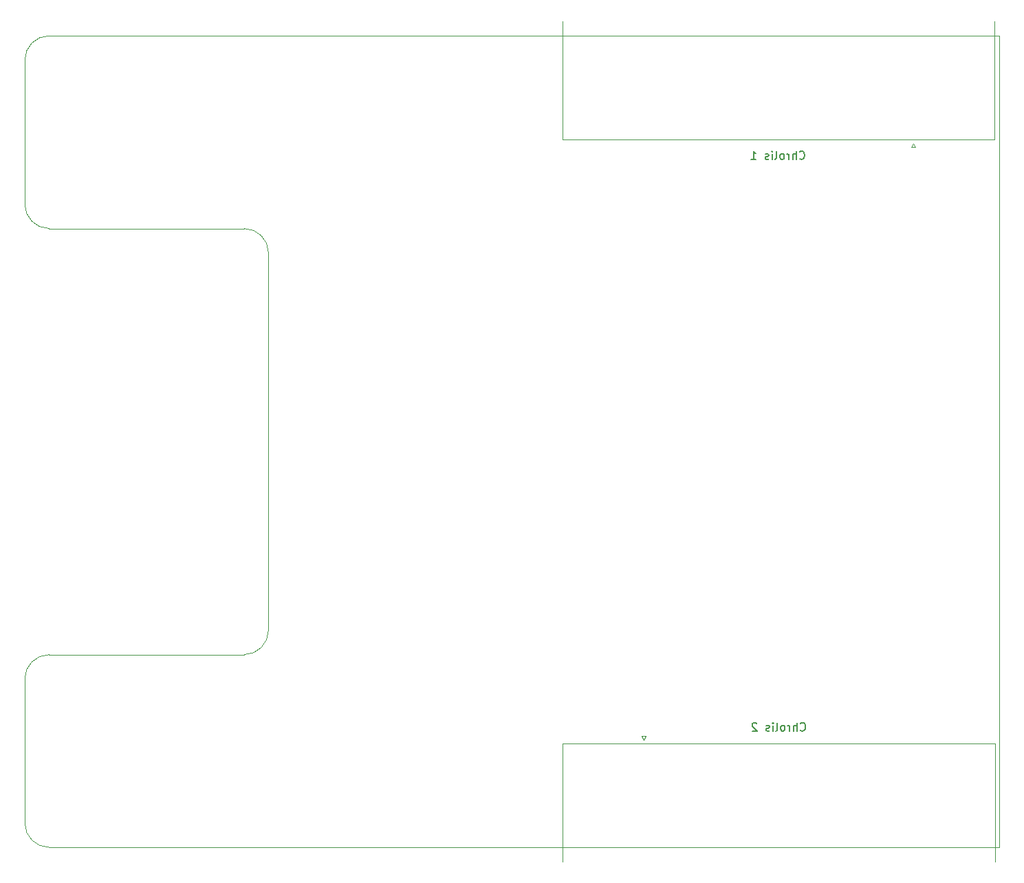
<source format=gbr>
%TF.GenerationSoftware,KiCad,Pcbnew,(6.0.4)*%
%TF.CreationDate,2023-06-02T21:13:09+02:00*%
%TF.ProjectId,Chrolis-LCR-Connector,4368726f-6c69-4732-9d4c-43522d436f6e,rev?*%
%TF.SameCoordinates,Original*%
%TF.FileFunction,Legend,Bot*%
%TF.FilePolarity,Positive*%
%FSLAX46Y46*%
G04 Gerber Fmt 4.6, Leading zero omitted, Abs format (unit mm)*
G04 Created by KiCad (PCBNEW (6.0.4)) date 2023-06-02 21:13:09*
%MOMM*%
%LPD*%
G01*
G04 APERTURE LIST*
%TA.AperFunction,Profile*%
%ADD10C,0.100000*%
%TD*%
%ADD11C,0.150000*%
%ADD12C,0.120000*%
G04 APERTURE END LIST*
D10*
X76950000Y-126600000D02*
X52950000Y-126600000D01*
X169950000Y-50350000D02*
X169950000Y-150350000D01*
X52950000Y-126600000D02*
G75*
G03*
X49950000Y-129600000I0J-3000000D01*
G01*
X76950000Y-74100000D02*
X52950000Y-74100000D01*
X79950000Y-77100000D02*
G75*
G03*
X76950000Y-74100000I-3000000J0D01*
G01*
X169950000Y-150350000D02*
X52950000Y-150350000D01*
X79950000Y-77100000D02*
X79950000Y-123600000D01*
X49950000Y-129600000D02*
X49950000Y-147350000D01*
X52950000Y-50350000D02*
G75*
G03*
X49950000Y-53350000I0J-3000000D01*
G01*
X76950000Y-126600000D02*
G75*
G03*
X79950000Y-123600000I0J3000000D01*
G01*
X52950000Y-50350000D02*
X169950000Y-50350000D01*
X49950000Y-71100000D02*
G75*
G03*
X52950000Y-74100000I3000000J0D01*
G01*
X49950000Y-147350000D02*
G75*
G03*
X52950000Y-150350000I3000000J0D01*
G01*
X49950000Y-71100000D02*
X49950000Y-53350000D01*
D11*
%TO.C,J19*%
X145341666Y-65466811D02*
X145389285Y-65514430D01*
X145532142Y-65562049D01*
X145627380Y-65562049D01*
X145770238Y-65514430D01*
X145865476Y-65419192D01*
X145913095Y-65323954D01*
X145960714Y-65133478D01*
X145960714Y-64990621D01*
X145913095Y-64800145D01*
X145865476Y-64704907D01*
X145770238Y-64609669D01*
X145627380Y-64562049D01*
X145532142Y-64562049D01*
X145389285Y-64609669D01*
X145341666Y-64657288D01*
X144913095Y-65562049D02*
X144913095Y-64562049D01*
X144484523Y-65562049D02*
X144484523Y-65038240D01*
X144532142Y-64943002D01*
X144627380Y-64895383D01*
X144770238Y-64895383D01*
X144865476Y-64943002D01*
X144913095Y-64990621D01*
X144008333Y-65562049D02*
X144008333Y-64895383D01*
X144008333Y-65085859D02*
X143960714Y-64990621D01*
X143913095Y-64943002D01*
X143817857Y-64895383D01*
X143722619Y-64895383D01*
X143246428Y-65562049D02*
X143341666Y-65514430D01*
X143389285Y-65466811D01*
X143436904Y-65371573D01*
X143436904Y-65085859D01*
X143389285Y-64990621D01*
X143341666Y-64943002D01*
X143246428Y-64895383D01*
X143103571Y-64895383D01*
X143008333Y-64943002D01*
X142960714Y-64990621D01*
X142913095Y-65085859D01*
X142913095Y-65371573D01*
X142960714Y-65466811D01*
X143008333Y-65514430D01*
X143103571Y-65562049D01*
X143246428Y-65562049D01*
X142341666Y-65562049D02*
X142436904Y-65514430D01*
X142484523Y-65419192D01*
X142484523Y-64562049D01*
X141960714Y-65562049D02*
X141960714Y-64895383D01*
X141960714Y-64562049D02*
X142008333Y-64609669D01*
X141960714Y-64657288D01*
X141913095Y-64609669D01*
X141960714Y-64562049D01*
X141960714Y-64657288D01*
X141532142Y-65514430D02*
X141436904Y-65562049D01*
X141246428Y-65562049D01*
X141151190Y-65514430D01*
X141103571Y-65419192D01*
X141103571Y-65371573D01*
X141151190Y-65276335D01*
X141246428Y-65228716D01*
X141389285Y-65228716D01*
X141484523Y-65181097D01*
X141532142Y-65085859D01*
X141532142Y-65038240D01*
X141484523Y-64943002D01*
X141389285Y-64895383D01*
X141246428Y-64895383D01*
X141151190Y-64943002D01*
X139389285Y-65562049D02*
X139960714Y-65562049D01*
X139675000Y-65562049D02*
X139675000Y-64562049D01*
X139770238Y-64704907D01*
X139865476Y-64800145D01*
X139960714Y-64847764D01*
%TO.C,J20*%
X145441666Y-135897473D02*
X145489285Y-135945092D01*
X145632142Y-135992711D01*
X145727380Y-135992711D01*
X145870238Y-135945092D01*
X145965476Y-135849854D01*
X146013095Y-135754616D01*
X146060714Y-135564140D01*
X146060714Y-135421283D01*
X146013095Y-135230807D01*
X145965476Y-135135569D01*
X145870238Y-135040331D01*
X145727380Y-134992711D01*
X145632142Y-134992711D01*
X145489285Y-135040331D01*
X145441666Y-135087950D01*
X145013095Y-135992711D02*
X145013095Y-134992711D01*
X144584523Y-135992711D02*
X144584523Y-135468902D01*
X144632142Y-135373664D01*
X144727380Y-135326045D01*
X144870238Y-135326045D01*
X144965476Y-135373664D01*
X145013095Y-135421283D01*
X144108333Y-135992711D02*
X144108333Y-135326045D01*
X144108333Y-135516521D02*
X144060714Y-135421283D01*
X144013095Y-135373664D01*
X143917857Y-135326045D01*
X143822619Y-135326045D01*
X143346428Y-135992711D02*
X143441666Y-135945092D01*
X143489285Y-135897473D01*
X143536904Y-135802235D01*
X143536904Y-135516521D01*
X143489285Y-135421283D01*
X143441666Y-135373664D01*
X143346428Y-135326045D01*
X143203571Y-135326045D01*
X143108333Y-135373664D01*
X143060714Y-135421283D01*
X143013095Y-135516521D01*
X143013095Y-135802235D01*
X143060714Y-135897473D01*
X143108333Y-135945092D01*
X143203571Y-135992711D01*
X143346428Y-135992711D01*
X142441666Y-135992711D02*
X142536904Y-135945092D01*
X142584523Y-135849854D01*
X142584523Y-134992711D01*
X142060714Y-135992711D02*
X142060714Y-135326045D01*
X142060714Y-134992711D02*
X142108333Y-135040331D01*
X142060714Y-135087950D01*
X142013095Y-135040331D01*
X142060714Y-134992711D01*
X142060714Y-135087950D01*
X141632142Y-135945092D02*
X141536904Y-135992711D01*
X141346428Y-135992711D01*
X141251190Y-135945092D01*
X141203571Y-135849854D01*
X141203571Y-135802235D01*
X141251190Y-135706997D01*
X141346428Y-135659378D01*
X141489285Y-135659378D01*
X141584523Y-135611759D01*
X141632142Y-135516521D01*
X141632142Y-135468902D01*
X141584523Y-135373664D01*
X141489285Y-135326045D01*
X141346428Y-135326045D01*
X141251190Y-135373664D01*
X140060714Y-135087950D02*
X140013095Y-135040331D01*
X139917857Y-134992711D01*
X139679761Y-134992711D01*
X139584523Y-135040331D01*
X139536904Y-135087950D01*
X139489285Y-135183188D01*
X139489285Y-135278426D01*
X139536904Y-135421283D01*
X140108333Y-135992711D01*
X139489285Y-135992711D01*
D12*
%TO.C,J19*%
X116120000Y-63150000D02*
X169340000Y-63150000D01*
X116120000Y-48610000D02*
X116120000Y-63150000D01*
X159600000Y-64044338D02*
X159350000Y-63611325D01*
X169340000Y-63150000D02*
X169340000Y-48610000D01*
X159100000Y-64044338D02*
X159600000Y-64044338D01*
X159350000Y-63611325D02*
X159100000Y-64044338D01*
%TO.C,J20*%
X169380000Y-137550000D02*
X116160000Y-137550000D01*
X116160000Y-137550000D02*
X116160000Y-152090000D01*
X169380000Y-152090000D02*
X169380000Y-137550000D01*
X125900000Y-136655662D02*
X126150000Y-137088675D01*
X126400000Y-136655662D02*
X125900000Y-136655662D01*
X126150000Y-137088675D02*
X126400000Y-136655662D01*
%TD*%
M02*

</source>
